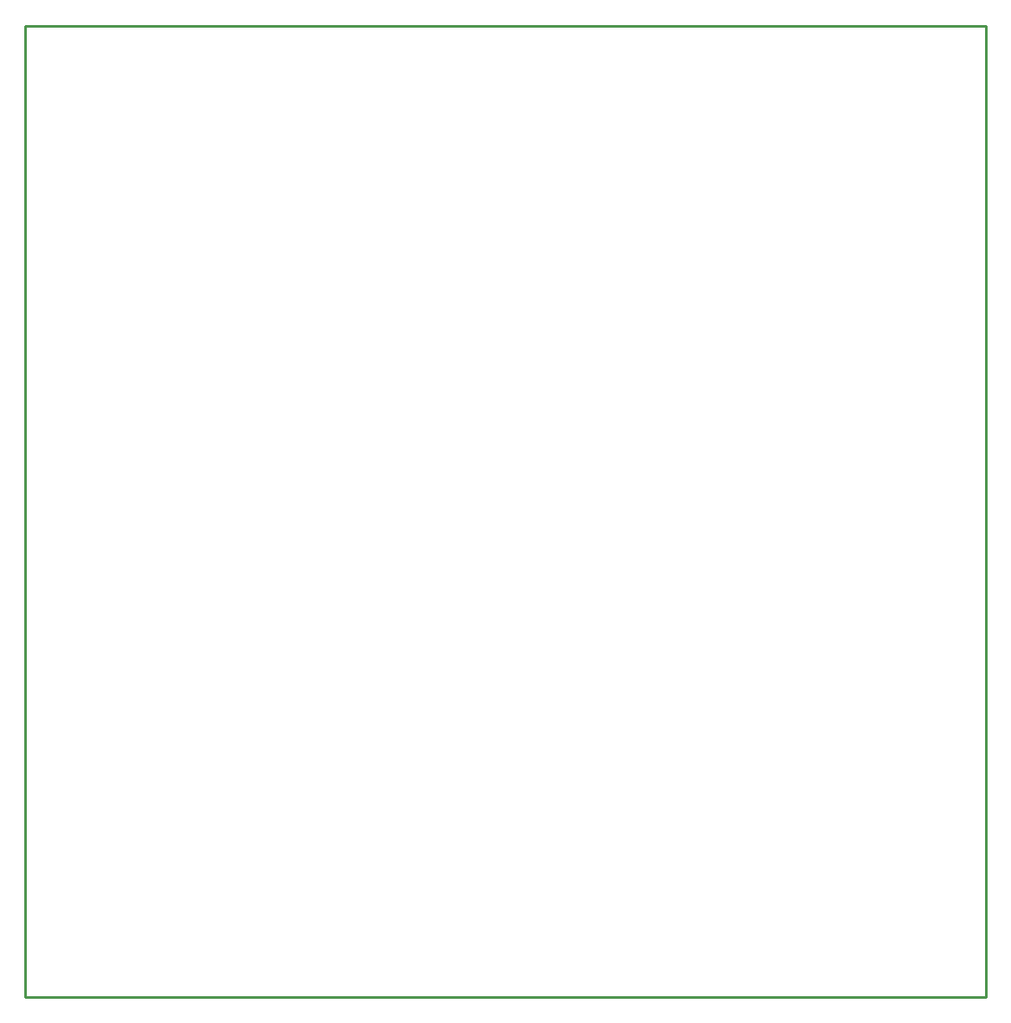
<source format=gko>
G04 Layer: BoardOutline*
G04 EasyEDA v6.4.7, 2020-09-22T21:54:33+03:00*
G04 a7765446d15b4be3966cb18223edfad2,4ad0dc2c7e0b4634a5fc6f66180d8695,10*
G04 Gerber Generator version 0.2*
G04 Scale: 100 percent, Rotated: No, Reflected: No *
G04 Dimensions in millimeters *
G04 leading zeros omitted , absolute positions ,3 integer and 3 decimal *
%FSLAX33Y33*%
%MOMM*%
G90*
D02*

%ADD10C,0.254000*%
G54D10*
G01X93980Y0D02*
G01X0Y0D01*
G01X0Y95123D01*
G01X93980Y95123D02*
G01X93980Y0D01*
G01X0Y95123D02*
G01X93980Y95123D01*

%LPD*%
M00*
M02*

</source>
